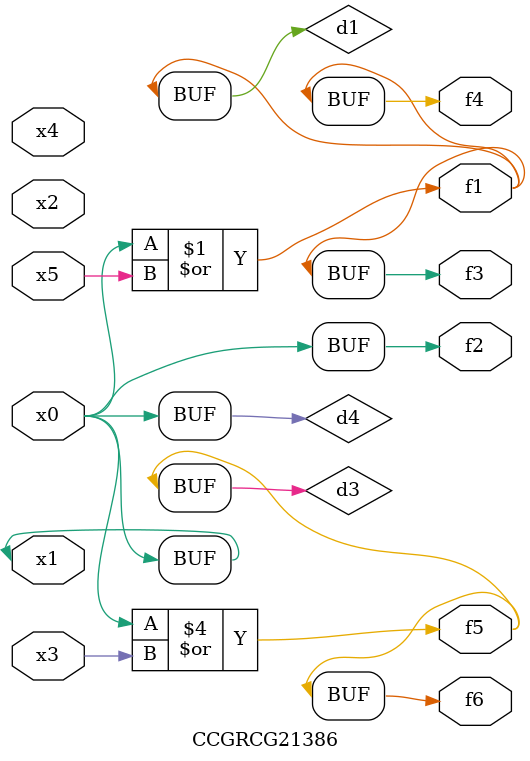
<source format=v>
module CCGRCG21386(
	input x0, x1, x2, x3, x4, x5,
	output f1, f2, f3, f4, f5, f6
);

	wire d1, d2, d3, d4;

	or (d1, x0, x5);
	xnor (d2, x1, x4);
	or (d3, x0, x3);
	buf (d4, x0, x1);
	assign f1 = d1;
	assign f2 = d4;
	assign f3 = d1;
	assign f4 = d1;
	assign f5 = d3;
	assign f6 = d3;
endmodule

</source>
